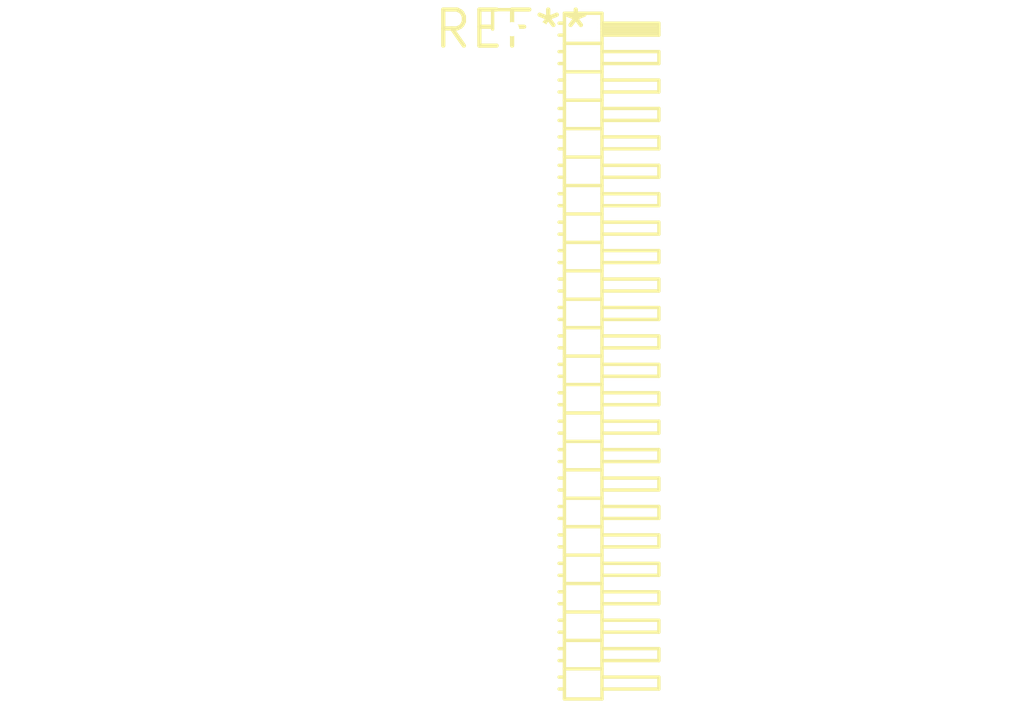
<source format=kicad_pcb>
(kicad_pcb (version 20240108) (generator pcbnew)
  (layers (0 "F.Cu" signal) (31 "B.Cu" signal) (34 "B.Paste" user) (35 "F.Paste" user) (36 "B.SilkS" user "B.Silkscreen") (37 "F.SilkS" user "F.Silkscreen") (38 "B.Mask" user) (39 "F.Mask" user) (44 "Edge.Cuts" user))
  (net 0 "")
  (footprint "PinHeader_2x24_P1.00mm_Horizontal" (layer "F.Cu") (at 0 0)
    (property "Reference" "REF**")
    (property "Value" "PinHeader_2x24_P1.00mm_Horizontal")
    (fp_line (start -0.685 -0.685) (end 0 -0.685) (layer "F.SilkS") (stroke (width 0.12)))
    (fp_line (start -0.685 0) (end -0.685 -0.685) (layer "F.SilkS") (stroke (width 0.12)))
    (fp_line (start 1.652016 -0.21) (end 1.84 -0.21) (layer "F.SilkS") (stroke (width 0.12)))
    (fp_line (start 1.652016 0.21) (end 1.84 0.21) (layer "F.SilkS") (stroke (width 0.12)))
    (fp_line (start 1.652016 0.79) (end 1.84 0.79) (layer "F.SilkS") (stroke (width 0.12)))
    (fp_line (start 1.652016 1.21) (end 1.84 1.21) (layer "F.SilkS") (stroke (width 0.12)))
    (fp_line (start 1.652016 1.79) (end 1.84 1.79) (layer "F.SilkS") (stroke (width 0.12)))
    (fp_line (start 1.652016 2.21) (end 1.84 2.21) (layer "F.SilkS") (stroke (width 0.12)))
    (fp_line (start 1.652016 2.79) (end 1.84 2.79) (layer "F.SilkS") (stroke (width 0.12)))
    (fp_line (start 1.652016 3.21) (end 1.84 3.21) (layer "F.SilkS") (stroke (width 0.12)))
    (fp_line (start 1.652016 3.79) (end 1.84 3.79) (layer "F.SilkS") (stroke (width 0.12)))
    (fp_line (start 1.652016 4.21) (end 1.84 4.21) (layer "F.SilkS") (stroke (width 0.12)))
    (fp_line (start 1.652016 4.79) (end 1.84 4.79) (layer "F.SilkS") (stroke (width 0.12)))
    (fp_line (start 1.652016 5.21) (end 1.84 5.21) (layer "F.SilkS") (stroke (width 0.12)))
    (fp_line (start 1.652016 5.79) (end 1.84 5.79) (layer "F.SilkS") (stroke (width 0.12)))
    (fp_line (start 1.652016 6.21) (end 1.84 6.21) (layer "F.SilkS") (stroke (width 0.12)))
    (fp_line (start 1.652016 6.79) (end 1.84 6.79) (layer "F.SilkS") (stroke (width 0.12)))
    (fp_line (start 1.652016 7.21) (end 1.84 7.21) (layer "F.SilkS") (stroke (width 0.12)))
    (fp_line (start 1.652016 7.79) (end 1.84 7.79) (layer "F.SilkS") (stroke (width 0.12)))
    (fp_line (start 1.652016 8.21) (end 1.84 8.21) (layer "F.SilkS") (stroke (width 0.12)))
    (fp_line (start 1.652016 8.79) (end 1.84 8.79) (layer "F.SilkS") (stroke (width 0.12)))
    (fp_line (start 1.652016 9.21) (end 1.84 9.21) (layer "F.SilkS") (stroke (width 0.12)))
    (fp_line (start 1.652016 9.79) (end 1.84 9.79) (layer "F.SilkS") (stroke (width 0.12)))
    (fp_line (start 1.652016 10.21) (end 1.84 10.21) (layer "F.SilkS") (stroke (width 0.12)))
    (fp_line (start 1.652016 10.79) (end 1.84 10.79) (layer "F.SilkS") (stroke (width 0.12)))
    (fp_line (start 1.652016 11.21) (end 1.84 11.21) (layer "F.SilkS") (stroke (width 0.12)))
    (fp_line (start 1.652016 11.79) (end 1.84 11.79) (layer "F.SilkS") (stroke (width 0.12)))
    (fp_line (start 1.652016 12.21) (end 1.84 12.21) (layer "F.SilkS") (stroke (width 0.12)))
    (fp_line (start 1.652016 12.79) (end 1.84 12.79) (layer "F.SilkS") (stroke (width 0.12)))
    (fp_line (start 1.652016 13.21) (end 1.84 13.21) (layer "F.SilkS") (stroke (width 0.12)))
    (fp_line (start 1.652016 13.79) (end 1.84 13.79) (layer "F.SilkS") (stroke (width 0.12)))
    (fp_line (start 1.652016 14.21) (end 1.84 14.21) (layer "F.SilkS") (stroke (width 0.12)))
    (fp_line (start 1.652016 14.79) (end 1.84 14.79) (layer "F.SilkS") (stroke (width 0.12)))
    (fp_line (start 1.652016 15.21) (end 1.84 15.21) (layer "F.SilkS") (stroke (width 0.12)))
    (fp_line (start 1.652016 15.79) (end 1.84 15.79) (layer "F.SilkS") (stroke (width 0.12)))
    (fp_line (start 1.652016 16.21) (end 1.84 16.21) (layer "F.SilkS") (stroke (width 0.12)))
    (fp_line (start 1.652016 16.79) (end 1.84 16.79) (layer "F.SilkS") (stroke (width 0.12)))
    (fp_line (start 1.652016 17.21) (end 1.84 17.21) (layer "F.SilkS") (stroke (width 0.12)))
    (fp_line (start 1.652016 17.79) (end 1.84 17.79) (layer "F.SilkS") (stroke (width 0.12)))
    (fp_line (start 1.652016 18.21) (end 1.84 18.21) (layer "F.SilkS") (stroke (width 0.12)))
    (fp_line (start 1.652016 18.79) (end 1.84 18.79) (layer "F.SilkS") (stroke (width 0.12)))
    (fp_line (start 1.652016 19.21) (end 1.84 19.21) (layer "F.SilkS") (stroke (width 0.12)))
    (fp_line (start 1.652016 19.79) (end 1.84 19.79) (layer "F.SilkS") (stroke (width 0.12)))
    (fp_line (start 1.652016 20.21) (end 1.84 20.21) (layer "F.SilkS") (stroke (width 0.12)))
    (fp_line (start 1.652016 20.79) (end 1.84 20.79) (layer "F.SilkS") (stroke (width 0.12)))
    (fp_line (start 1.652016 21.21) (end 1.84 21.21) (layer "F.SilkS") (stroke (width 0.12)))
    (fp_line (start 1.652016 21.79) (end 1.84 21.79) (layer "F.SilkS") (stroke (width 0.12)))
    (fp_line (start 1.652016 22.21) (end 1.84 22.21) (layer "F.SilkS") (stroke (width 0.12)))
    (fp_line (start 1.652016 22.79) (end 1.84 22.79) (layer "F.SilkS") (stroke (width 0.12)))
    (fp_line (start 1.652016 23.21) (end 1.84 23.21) (layer "F.SilkS") (stroke (width 0.12)))
    (fp_line (start 1.84 -0.56) (end 1.84 23.56) (layer "F.SilkS") (stroke (width 0.12)))
    (fp_line (start 1.84 0.5) (end 3.16 0.5) (layer "F.SilkS") (stroke (width 0.12)))
    (fp_line (start 1.84 1.5) (end 3.16 1.5) (layer "F.SilkS") (stroke (width 0.12)))
    (fp_line (start 1.84 2.5) (end 3.16 2.5) (layer "F.SilkS") (stroke (width 0.12)))
    (fp_line (start 1.84 3.5) (end 3.16 3.5) (layer "F.SilkS") (stroke (width 0.12)))
    (fp_line (start 1.84 4.5) (end 3.16 4.5) (layer "F.SilkS") (stroke (width 0.12)))
    (fp_line (start 1.84 5.5) (end 3.16 5.5) (layer "F.SilkS") (stroke (width 0.12)))
    (fp_line (start 1.84 6.5) (end 3.16 6.5) (layer "F.SilkS") (stroke (width 0.12)))
    (fp_line (start 1.84 7.5) (end 3.16 7.5) (layer "F.SilkS") (stroke (width 0.12)))
    (fp_line (start 1.84 8.5) (end 3.16 8.5) (layer "F.SilkS") (stroke (width 0.12)))
    (fp_line (start 1.84 9.5) (end 3.16 9.5) (layer "F.SilkS") (stroke (width 0.12)))
    (fp_line (start 1.84 10.5) (end 3.16 10.5) (layer "F.SilkS") (stroke (width 0.12)))
    (fp_line (start 1.84 11.5) (end 3.16 11.5) (layer "F.SilkS") (stroke (width 0.12)))
    (fp_line (start 1.84 12.5) (end 3.16 12.5) (layer "F.SilkS") (stroke (width 0.12)))
    (fp_line (start 1.84 13.5) (end 3.16 13.5) (layer "F.SilkS") (stroke (width 0.12)))
    (fp_line (start 1.84 14.5) (end 3.16 14.5) (layer "F.SilkS") (stroke (width 0.12)))
    (fp_line (start 1.84 15.5) (end 3.16 15.5) (layer "F.SilkS") (stroke (width 0.12)))
    (fp_line (start 1.84 16.5) (end 3.16 16.5) (layer "F.SilkS") (stroke (width 0.12)))
    (fp_line (start 1.84 17.5) (end 3.16 17.5) (layer "F.SilkS") (stroke (width 0.12)))
    (fp_line (start 1.84 18.5) (end 3.16 18.5) (layer "F.SilkS") (stroke (width 0.12)))
    (fp_line (start 1.84 19.5) (end 3.16 19.5) (layer "F.SilkS") (stroke (width 0.12)))
    (fp_line (start 1.84 20.5) (end 3.16 20.5) (layer "F.SilkS") (stroke (width 0.12)))
    (fp_line (start 1.84 21.5) (end 3.16 21.5) (layer "F.SilkS") (stroke (width 0.12)))
    (fp_line (start 1.84 22.5) (end 3.16 22.5) (layer "F.SilkS") (stroke (width 0.12)))
    (fp_line (start 1.84 23.56) (end 3.16 23.56) (layer "F.SilkS") (stroke (width 0.12)))
    (fp_line (start 3.16 -0.56) (end 1.84 -0.56) (layer "F.SilkS") (stroke (width 0.12)))
    (fp_line (start 3.16 -0.21) (end 5.16 -0.21) (layer "F.SilkS") (stroke (width 0.12)))
    (fp_line (start 3.16 -0.15) (end 5.16 -0.15) (layer "F.SilkS") (stroke (width 0.12)))
    (fp_line (start 3.16 -0.03) (end 5.16 -0.03) (layer "F.SilkS") (stroke (width 0.12)))
    (fp_line (start 3.16 0.09) (end 5.16 0.09) (layer "F.SilkS") (stroke (width 0.12)))
    (fp_line (start 3.16 0.79) (end 5.16 0.79) (layer "F.SilkS") (stroke (width 0.12)))
    (fp_line (start 3.16 1.79) (end 5.16 1.79) (layer "F.SilkS") (stroke (width 0.12)))
    (fp_line (start 3.16 2.79) (end 5.16 2.79) (layer "F.SilkS") (stroke (width 0.12)))
    (fp_line (start 3.16 3.79) (end 5.16 3.79) (layer "F.SilkS") (stroke (width 0.12)))
    (fp_line (start 3.16 4.79) (end 5.16 4.79) (layer "F.SilkS") (stroke (width 0.12)))
    (fp_line (start 3.16 5.79) (end 5.16 5.79) (layer "F.SilkS") (stroke (width 0.12)))
    (fp_line (start 3.16 6.79) (end 5.16 6.79) (layer "F.SilkS") (stroke (width 0.12)))
    (fp_line (start 3.16 7.79) (end 5.16 7.79) (layer "F.SilkS") (stroke (width 0.12)))
    (fp_line (start 3.16 8.79) (end 5.16 8.79) (layer "F.SilkS") (stroke (width 0.12)))
    (fp_line (start 3.16 9.79) (end 5.16 9.79) (layer "F.SilkS") (stroke (width 0.12)))
    (fp_line (start 3.16 10.79) (end 5.16 10.79) (layer "F.SilkS") (stroke (width 0.12)))
    (fp_line (start 3.16 11.79) (end 5.16 11.79) (layer "F.SilkS") (stroke (width 0.12)))
    (fp_line (start 3.16 12.79) (end 5.16 12.79) (layer "F.SilkS") (stroke (width 0.12)))
    (fp_line (start 3.16 13.79) (end 5.16 13.79) (layer "F.SilkS") (stroke (width 0.12)))
    (fp_line (start 3.16 14.79) (end 5.16 14.79) (layer "F.SilkS") (stroke (width 0.12)))
    (fp_line (start 3.16 15.79) (end 5.16 15.79) (layer "F.SilkS") (stroke (width 0.12)))
    (fp_line (start 3.16 16.79) (end 5.16 16.79) (layer "F.SilkS") (stroke (width 0.12)))
    (fp_line (start 3.16 17.79) (end 5.16 17.79) (layer "F.SilkS") (stroke (width 0.12)))
    (fp_line (start 3.16 18.79) (end 5.16 18.79) (layer "F.SilkS") (stroke (width 0.12)))
    (fp_line (start 3.16 19.79) (end 5.16 19.79) (layer "F.SilkS") (stroke (width 0.12)))
    (fp_line (start 3.16 20.79) (end 5.16 20.79) (layer "F.SilkS") (stroke (width 0.12)))
    (fp_line (start 3.16 21.79) (end 5.16 21.79) (layer "F.SilkS") (stroke (width 0.12)))
    (fp_line (start 3.16 22.79) (end 5.16 22.79) (layer "F.SilkS") (stroke (width 0.12)))
    (fp_line (start 3.16 23.56) (end 3.16 -0.56) (layer "F.SilkS") (stroke (width 0.12)))
    (fp_line (start 5.16 -0.21) (end 5.16 0.21) (layer "F.SilkS") (stroke (width 0.12)))
    (fp_line (start 5.16 0.21) (end 3.16 0.21) (layer "F.SilkS") (stroke (width 0.12)))
    (fp_line (start 5.16 0.79) (end 5.16 1.21) (layer "F.SilkS") (stroke (width 0.12)))
    (fp_line (start 5.16 1.21) (end 3.16 1.21) (layer "F.SilkS") (stroke (width 0.12)))
    (fp_line (start 5.16 1.79) (end 5.16 2.21) (layer "F.SilkS") (stroke (width 0.12)))
    (fp_line (start 5.16 2.21) (end 3.16 2.21) (layer "F.SilkS") (stroke (width 0.12)))
    (fp_line (start 5.16 2.79) (end 5.16 3.21) (layer "F.SilkS") (stroke (width 0.12)))
    (fp_line (start 5.16 3.21) (end 3.16 3.21) (layer "F.SilkS") (stroke (width 0.12)))
    (fp_line (start 5.16 3.79) (end 5.16 4.21) (layer "F.SilkS") (stroke (width 0.12)))
    (fp_line (start 5.16 4.21) (end 3.16 4.21) (layer "F.SilkS") (stroke (width 0.12)))
    (fp_line (start 5.16 4.79) (end 5.16 5.21) (layer "F.SilkS") (stroke (width 0.12)))
    (fp_line (start 5.16 5.21) (end 3.16 5.21) (layer "F.SilkS") (stroke (width 0.12)))
    (fp_line (start 5.16 5.79) (end 5.16 6.21) (layer "F.SilkS") (stroke (width 0.12)))
    (fp_line (start 5.16 6.21) (end 3.16 6.21) (layer "F.SilkS") (stroke (width 0.12)))
    (fp_line (start 5.16 6.79) (end 5.16 7.21) (layer "F.SilkS") (stroke (width 0.12)))
    (fp_line (start 5.16 7.21) (end 3.16 7.21) (layer "F.SilkS") (stroke (width 0.12)))
    (fp_line (start 5.16 7.79) (end 5.16 8.21) (layer "F.SilkS") (stroke (width 0.12)))
    (fp_line (start 5.16 8.21) (end 3.16 8.21) (layer "F.SilkS") (stroke (width 0.12)))
    (fp_line (start 5.16 8.79) (end 5.16 9.21) (layer "F.SilkS") (stroke (width 0.12)))
    (fp_line (start 5.16 9.21) (end 3.16 9.21) (layer "F.SilkS") (stroke (width 0.12)))
    (fp_line (start 5.16 9.79) (end 5.16 10.21) (layer "F.SilkS") (stroke (width 0.12)))
    (fp_line (start 5.16 10.21) (end 3.16 10.21) (layer "F.SilkS") (stroke (width 0.12)))
    (fp_line (start 5.16 10.79) (end 5.16 11.21) (layer "F.SilkS") (stroke (width 0.12)))
    (fp_line (start 5.16 11.21) (end 3.16 11.21) (layer "F.SilkS") (stroke (width 0.12)))
    (fp_line (start 5.16 11.79) (end 5.16 12.21) (layer "F.SilkS") (stroke (width 0.12)))
    (fp_line (start 5.16 12.21) (end 3.16 12.21) (layer "F.SilkS") (stroke (width 0.12)))
    (fp_line (start 5.16 12.79) (end 5.16 13.21) (layer "F.SilkS") (stroke (width 0.12)))
    (fp_line (start 5.16 13.21) (end 3.16 13.21) (layer "F.SilkS") (stroke (width 0.12)))
    (fp_line (start 5.16 13.79) (end 5.16 14.21) (layer "F.SilkS") (stroke (width 0.12)))
    (fp_line (start 5.16 14.21) (end 3.16 14.21) (layer "F.SilkS") (stroke (width 0.12)))
    (fp_line (start 5.16 14.79) (end 5.16 15.21) (layer "F.SilkS") (stroke (width 0.12)))
    (fp_line (start 5.16 15.21) (end 3.16 15.21) (layer "F.SilkS") (stroke (width 0.12)))
    (fp_line (start 5.16 15.79) (end 5.16 16.21) (layer "F.SilkS") (stroke (width 0.12)))
    (fp_line (start 5.16 16.21) (end 3.16 16.21) (layer "F.SilkS") (stroke (width 0.12)))
    (fp_line (start 5.16 16.79) (end 5.16 17.21) (layer "F.SilkS") (stroke (width 0.12)))
    (fp_line (start 5.16 17.21) (end 3.16 17.21) (layer "F.SilkS") (stroke (width 0.12)))
    (fp_line (start 5.16 17.79) (end 5.16 18.21) (layer "F.SilkS") (stroke (width 0.12)))
    (fp_line (start 5.16 18.21) (end 3.16 18.21) (layer "F.SilkS") (stroke (width 0.12)))
    (fp_line (start 5.16 18.79) (end 5.16 19.21) (layer "F.SilkS") (stroke (width 0.12)))
    (fp_line (start 5.16 19.21) (end 3.16 19.21) (layer "F.SilkS") (stroke (width 0.12)))
    (fp_line (start 5.16 19.79) (end 5.16 20.21) (layer "F.SilkS") (stroke (width 0.12)))
    (fp_line (start 5.16 20.21) (end 3.16 20.21) (layer "F.SilkS") (stroke (width 0.12)))
    (fp_line (start 5.16 20.79) (end 5.16 21.21) (layer "F.SilkS") (stroke (width 0.12)))
    (fp_line (start 5.16 21.21) (end 3.16 21.21) (layer "F.SilkS") (stroke (width 0.12)))
    (fp_line (start 5.16 21.79) (end 5.16 22.21) (layer "F.SilkS") (stroke (width 0.12)))
    (fp_line (start 5.16 22.21) (end 3.16 22.21) (layer "F.SilkS") (stroke (width 0.12)))
    (fp_line (start 5.16 22.79) (end 5.16 23.21) (layer "F.SilkS") (stroke (width 0.12)))
    (fp_line (start 5.16 23.21) (end 3.16 23.21) (layer "F.SilkS") (stroke (width 0.12)))
    (pad "1" thru_hole rect (at 0 0) (size 0.85 0.85) (drill 0.5) (layers *.Cu *.Mask) (remove_unused_layers))
    (pad "2" thru_hole oval (at 1 0) (size 0.85 0.85) (drill 0.5) (layers *.Cu *.Mask) (remove_unused_layers))
    (pad "3" thru_hole oval (at 0 1) (size 0.85 0.85) (drill 0.5) (layers *.Cu *.Mask) (remove_unused_layers))
    (pad "4" thru_hole oval (at 1 1) (size 0.85 0.85) (drill 0.5) (layers *.Cu *.Mask) (remove_unused_layers))
    (pad "5" thru_hole oval (at 0 2) (size 0.85 0.85) (drill 0.5) (layers *.Cu *.Mask) (remove_unused_layers))
    (pad "6" thru_hole oval (at 1 2) (size 0.85 0.85) (drill 0.5) (layers *.Cu *.Mask) (remove_unused_layers))
    (pad "7" thru_hole oval (at 0 3) (size 0.85 0.85) (drill 0.5) (layers *.Cu *.Mask) (remove_unused_layers))
    (pad "8" thru_hole oval (at 1 3) (size 0.85 0.85) (drill 0.5) (layers *.Cu *.Mask) (remove_unused_layers))
    (pad "9" thru_hole oval (at 0 4) (size 0.85 0.85) (drill 0.5) (layers *.Cu *.Mask) (remove_unused_layers))
    (pad "10" thru_hole oval (at 1 4) (size 0.85 0.85) (drill 0.5) (layers *.Cu *.Mask) (remove_unused_layers))
    (pad "11" thru_hole oval (at 0 5) (size 0.85 0.85) (drill 0.5) (layers *.Cu *.Mask) (remove_unused_layers))
    (pad "12" thru_hole oval (at 1 5) (size 0.85 0.85) (drill 0.5) (layers *.Cu *.Mask) (remove_unused_layers))
    (pad "13" thru_hole oval (at 0 6) (size 0.85 0.85) (drill 0.5) (layers *.Cu *.Mask) (remove_unused_layers))
    (pad "14" thru_hole oval (at 1 6) (size 0.85 0.85) (drill 0.5) (layers *.Cu *.Mask) (remove_unused_layers))
    (pad "15" thru_hole oval (at 0 7) (size 0.85 0.85) (drill 0.5) (layers *.Cu *.Mask) (remove_unused_layers))
    (pad "16" thru_hole oval (at 1 7) (size 0.85 0.85) (drill 0.5) (layers *.Cu *.Mask) (remove_unused_layers))
    (pad "17" thru_hole oval (at 0 8) (size 0.85 0.85) (drill 0.5) (layers *.Cu *.Mask) (remove_unused_layers))
    (pad "18" thru_hole oval (at 1 8) (size 0.85 0.85) (drill 0.5) (layers *.Cu *.Mask) (remove_unused_layers))
    (pad "19" thru_hole oval (at 0 9) (size 0.85 0.85) (drill 0.5) (layers *.Cu *.Mask) (remove_unused_layers))
    (pad "20" thru_hole oval (at 1 9) (size 0.85 0.85) (drill 0.5) (layers *.Cu *.Mask) (remove_unused_layers))
    (pad "21" thru_hole oval (at 0 10) (size 0.85 0.85) (drill 0.5) (layers *.Cu *.Mask) (remove_unused_layers))
    (pad "22" thru_hole oval (at 1 10) (size 0.85 0.85) (drill 0.5) (layers *.Cu *.Mask) (remove_unused_layers))
    (pad "23" thru_hole oval (at 0 11) (size 0.85 0.85) (drill 0.5) (layers *.Cu *.Mask) (remove_unused_layers))
    (pad "24" thru_hole oval (at 1 11) (size 0.85 0.85) (drill 0.5) (layers *.Cu *.Mask) (remove_unused_layers))
    (pad "25" thru_hole oval (at 0 12) (size 0.85 0.85) (drill 0.5) (layers *.Cu *.Mask) (remove_unused_layers))
    (pad "26" thru_hole oval (at 1 12) (size 0.85 0.85) (drill 0.5) (layers *.Cu *.Mask) (remove_unused_layers))
    (pad "27" thru_hole oval (at 0 13) (size 0.85 0.85) (drill 0.5) (layers *.Cu *.Mask) (remove_unused_layers))
    (pad "28" thru_hole oval (at 1 13) (size 0.85 0.85) (drill 0.5) (layers *.Cu *.Mask) (remove_unused_layers))
    (pad "29" thru_hole oval (at 0 14) (size 0.85 0.85) (drill 0.5) (layers *.Cu *.Mask) (remove_unused_layers))
    (pad "30" thru_hole oval (at 1 14) (size 0.85 0.85) (drill 0.5) (layers *.Cu *.Mask) (remove_unused_layers))
    (pad "31" thru_hole oval (at 0 15) (size 0.85 0.85) (drill 0.5) (layers *.Cu *.Mask) (remove_unused_layers))
    (pad "32" thru_hole oval (at 1 15) (size 0.85 0.85) (drill 0.5) (layers *.Cu *.Mask) (remove_unused_layers))
    (pad "33" thru_hole oval (at 0 16) (size 0.85 0.85) (drill 0.5) (layers *.Cu *.Mask) (remove_unused_layers))
    (pad "34" thru_hole oval (at 1 16) (size 0.85 0.85) (drill 0.5) (layers *.Cu *.Mask) (remove_unused_layers))
    (pad "35" thru_hole oval (at 0 17) (size 0.85 0.85) (drill 0.5) (layers *.Cu *.Mask) (remove_unused_layers))
    (pad "36" thru_hole oval (at 1 17) (size 0.85 0.85) (drill 0.5) (layers *.Cu *.Mask) (remove_unused_layers))
    (pad "37" thru_hole oval (at 0 18) (size 0.85 0.85) (drill 0.5) (layers *.Cu *.Mask) (remove_unused_layers))
    (pad "38" thru_hole oval (at 1 18) (size 0.85 0.85) (drill 0.5) (layers *.Cu *.Mask) (remove_unused_layers))
    (pad "39" thru_hole oval (at 0 19) (size 0.85 0.85) (drill 0.5) (layers *.Cu *.Mask) (remove_unused_layers))
    (pad "40" thru_hole oval (at 1 19) (size 0.85 0.85) (drill 0.5) (layers *.Cu *.Mask) (remove_unused_layers))
    (pad "41" thru_hole oval (at 0 20) (size 0.85 0.85) (drill 0.5) (layers *.Cu *.Mask) (remove_unused_layers))
    (pad "42" thru_hole oval (at 1 20) (size 0.85 0.85) (drill 0.5) (layers *.Cu *.Mask) (remove_unused_layers))
    (pad "43" thru_hole oval (at 0 21) (size 0.85 0.85) (drill 0.5) (layers *.Cu *.Mask) (remove_unused_layers))
    (pad "44" thru_hole oval (at 1 21) (size 0.85 0.85) (drill 0.5) (layers *.Cu *.Mask) (remove_unused_layers))
    (pad "45" thru_hole oval (at 0 22) (size 0.85 0.85) (drill 0.5) (layers *.Cu *.Mask) (remove_unused_layers))
    (pad "46" thru_hole oval (at 1 22) (size 0.85 0.85) (drill 0.5) (layers *.Cu *.Mask) (remove_unused_layers))
    (pad "47" thru_hole oval (at 0 23) (size 0.85 0.85) (drill 0.5) (layers *.Cu *.Mask) (remove_unused_layers))
    (pad "48" thru_hole oval (at 1 23) (size 0.85 0.85) (drill 0.5) (layers *.Cu *.Mask) (remove_unused_layers))
  )
)
</source>
